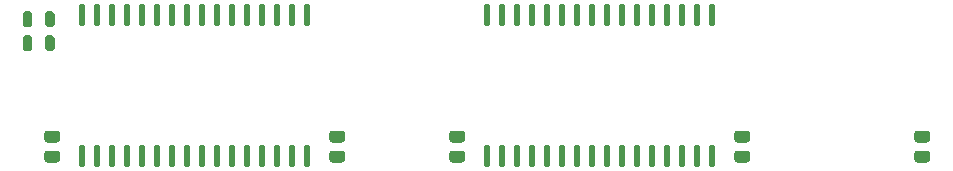
<source format=gtp>
G04 #@! TF.GenerationSoftware,KiCad,Pcbnew,(5.1.10-1-10_14)*
G04 #@! TF.CreationDate,2021-06-21T04:55:04-04:00*
G04 #@! TF.ProjectId,GW4192-SOP,47573431-3932-42d5-934f-502e6b696361,1.0-SOP*
G04 #@! TF.SameCoordinates,Original*
G04 #@! TF.FileFunction,Paste,Top*
G04 #@! TF.FilePolarity,Positive*
%FSLAX46Y46*%
G04 Gerber Fmt 4.6, Leading zero omitted, Abs format (unit mm)*
G04 Created by KiCad (PCBNEW (5.1.10-1-10_14)) date 2021-06-21 04:55:04*
%MOMM*%
%LPD*%
G01*
G04 APERTURE LIST*
G04 APERTURE END LIST*
G36*
G01*
X86497500Y-85001500D02*
X86222500Y-85001500D01*
G75*
G02*
X86085000Y-84864000I0J137500D01*
G01*
X86085000Y-83284000D01*
G75*
G02*
X86222500Y-83146500I137500J0D01*
G01*
X86497500Y-83146500D01*
G75*
G02*
X86635000Y-83284000I0J-137500D01*
G01*
X86635000Y-84864000D01*
G75*
G02*
X86497500Y-85001500I-137500J0D01*
G01*
G37*
G36*
G01*
X87767500Y-85001500D02*
X87492500Y-85001500D01*
G75*
G02*
X87355000Y-84864000I0J137500D01*
G01*
X87355000Y-83284000D01*
G75*
G02*
X87492500Y-83146500I137500J0D01*
G01*
X87767500Y-83146500D01*
G75*
G02*
X87905000Y-83284000I0J-137500D01*
G01*
X87905000Y-84864000D01*
G75*
G02*
X87767500Y-85001500I-137500J0D01*
G01*
G37*
G36*
G01*
X89037500Y-85001500D02*
X88762500Y-85001500D01*
G75*
G02*
X88625000Y-84864000I0J137500D01*
G01*
X88625000Y-83284000D01*
G75*
G02*
X88762500Y-83146500I137500J0D01*
G01*
X89037500Y-83146500D01*
G75*
G02*
X89175000Y-83284000I0J-137500D01*
G01*
X89175000Y-84864000D01*
G75*
G02*
X89037500Y-85001500I-137500J0D01*
G01*
G37*
G36*
G01*
X90307500Y-85001500D02*
X90032500Y-85001500D01*
G75*
G02*
X89895000Y-84864000I0J137500D01*
G01*
X89895000Y-83284000D01*
G75*
G02*
X90032500Y-83146500I137500J0D01*
G01*
X90307500Y-83146500D01*
G75*
G02*
X90445000Y-83284000I0J-137500D01*
G01*
X90445000Y-84864000D01*
G75*
G02*
X90307500Y-85001500I-137500J0D01*
G01*
G37*
G36*
G01*
X91577500Y-85001500D02*
X91302500Y-85001500D01*
G75*
G02*
X91165000Y-84864000I0J137500D01*
G01*
X91165000Y-83284000D01*
G75*
G02*
X91302500Y-83146500I137500J0D01*
G01*
X91577500Y-83146500D01*
G75*
G02*
X91715000Y-83284000I0J-137500D01*
G01*
X91715000Y-84864000D01*
G75*
G02*
X91577500Y-85001500I-137500J0D01*
G01*
G37*
G36*
G01*
X92847500Y-85001500D02*
X92572500Y-85001500D01*
G75*
G02*
X92435000Y-84864000I0J137500D01*
G01*
X92435000Y-83284000D01*
G75*
G02*
X92572500Y-83146500I137500J0D01*
G01*
X92847500Y-83146500D01*
G75*
G02*
X92985000Y-83284000I0J-137500D01*
G01*
X92985000Y-84864000D01*
G75*
G02*
X92847500Y-85001500I-137500J0D01*
G01*
G37*
G36*
G01*
X94117500Y-85001500D02*
X93842500Y-85001500D01*
G75*
G02*
X93705000Y-84864000I0J137500D01*
G01*
X93705000Y-83284000D01*
G75*
G02*
X93842500Y-83146500I137500J0D01*
G01*
X94117500Y-83146500D01*
G75*
G02*
X94255000Y-83284000I0J-137500D01*
G01*
X94255000Y-84864000D01*
G75*
G02*
X94117500Y-85001500I-137500J0D01*
G01*
G37*
G36*
G01*
X95387500Y-85001500D02*
X95112500Y-85001500D01*
G75*
G02*
X94975000Y-84864000I0J137500D01*
G01*
X94975000Y-83284000D01*
G75*
G02*
X95112500Y-83146500I137500J0D01*
G01*
X95387500Y-83146500D01*
G75*
G02*
X95525000Y-83284000I0J-137500D01*
G01*
X95525000Y-84864000D01*
G75*
G02*
X95387500Y-85001500I-137500J0D01*
G01*
G37*
G36*
G01*
X96657500Y-85001500D02*
X96382500Y-85001500D01*
G75*
G02*
X96245000Y-84864000I0J137500D01*
G01*
X96245000Y-83284000D01*
G75*
G02*
X96382500Y-83146500I137500J0D01*
G01*
X96657500Y-83146500D01*
G75*
G02*
X96795000Y-83284000I0J-137500D01*
G01*
X96795000Y-84864000D01*
G75*
G02*
X96657500Y-85001500I-137500J0D01*
G01*
G37*
G36*
G01*
X97927500Y-85001500D02*
X97652500Y-85001500D01*
G75*
G02*
X97515000Y-84864000I0J137500D01*
G01*
X97515000Y-83284000D01*
G75*
G02*
X97652500Y-83146500I137500J0D01*
G01*
X97927500Y-83146500D01*
G75*
G02*
X98065000Y-83284000I0J-137500D01*
G01*
X98065000Y-84864000D01*
G75*
G02*
X97927500Y-85001500I-137500J0D01*
G01*
G37*
G36*
G01*
X99197500Y-85001500D02*
X98922500Y-85001500D01*
G75*
G02*
X98785000Y-84864000I0J137500D01*
G01*
X98785000Y-83284000D01*
G75*
G02*
X98922500Y-83146500I137500J0D01*
G01*
X99197500Y-83146500D01*
G75*
G02*
X99335000Y-83284000I0J-137500D01*
G01*
X99335000Y-84864000D01*
G75*
G02*
X99197500Y-85001500I-137500J0D01*
G01*
G37*
G36*
G01*
X100467500Y-85001500D02*
X100192500Y-85001500D01*
G75*
G02*
X100055000Y-84864000I0J137500D01*
G01*
X100055000Y-83284000D01*
G75*
G02*
X100192500Y-83146500I137500J0D01*
G01*
X100467500Y-83146500D01*
G75*
G02*
X100605000Y-83284000I0J-137500D01*
G01*
X100605000Y-84864000D01*
G75*
G02*
X100467500Y-85001500I-137500J0D01*
G01*
G37*
G36*
G01*
X101737500Y-85001500D02*
X101462500Y-85001500D01*
G75*
G02*
X101325000Y-84864000I0J137500D01*
G01*
X101325000Y-83284000D01*
G75*
G02*
X101462500Y-83146500I137500J0D01*
G01*
X101737500Y-83146500D01*
G75*
G02*
X101875000Y-83284000I0J-137500D01*
G01*
X101875000Y-84864000D01*
G75*
G02*
X101737500Y-85001500I-137500J0D01*
G01*
G37*
G36*
G01*
X103007500Y-85001500D02*
X102732500Y-85001500D01*
G75*
G02*
X102595000Y-84864000I0J137500D01*
G01*
X102595000Y-83284000D01*
G75*
G02*
X102732500Y-83146500I137500J0D01*
G01*
X103007500Y-83146500D01*
G75*
G02*
X103145000Y-83284000I0J-137500D01*
G01*
X103145000Y-84864000D01*
G75*
G02*
X103007500Y-85001500I-137500J0D01*
G01*
G37*
G36*
G01*
X104277500Y-85001500D02*
X104002500Y-85001500D01*
G75*
G02*
X103865000Y-84864000I0J137500D01*
G01*
X103865000Y-83284000D01*
G75*
G02*
X104002500Y-83146500I137500J0D01*
G01*
X104277500Y-83146500D01*
G75*
G02*
X104415000Y-83284000I0J-137500D01*
G01*
X104415000Y-84864000D01*
G75*
G02*
X104277500Y-85001500I-137500J0D01*
G01*
G37*
G36*
G01*
X105547500Y-85001500D02*
X105272500Y-85001500D01*
G75*
G02*
X105135000Y-84864000I0J137500D01*
G01*
X105135000Y-83284000D01*
G75*
G02*
X105272500Y-83146500I137500J0D01*
G01*
X105547500Y-83146500D01*
G75*
G02*
X105685000Y-83284000I0J-137500D01*
G01*
X105685000Y-84864000D01*
G75*
G02*
X105547500Y-85001500I-137500J0D01*
G01*
G37*
G36*
G01*
X105547500Y-96939500D02*
X105272500Y-96939500D01*
G75*
G02*
X105135000Y-96802000I0J137500D01*
G01*
X105135000Y-95222000D01*
G75*
G02*
X105272500Y-95084500I137500J0D01*
G01*
X105547500Y-95084500D01*
G75*
G02*
X105685000Y-95222000I0J-137500D01*
G01*
X105685000Y-96802000D01*
G75*
G02*
X105547500Y-96939500I-137500J0D01*
G01*
G37*
G36*
G01*
X104277500Y-96939500D02*
X104002500Y-96939500D01*
G75*
G02*
X103865000Y-96802000I0J137500D01*
G01*
X103865000Y-95222000D01*
G75*
G02*
X104002500Y-95084500I137500J0D01*
G01*
X104277500Y-95084500D01*
G75*
G02*
X104415000Y-95222000I0J-137500D01*
G01*
X104415000Y-96802000D01*
G75*
G02*
X104277500Y-96939500I-137500J0D01*
G01*
G37*
G36*
G01*
X103007500Y-96939500D02*
X102732500Y-96939500D01*
G75*
G02*
X102595000Y-96802000I0J137500D01*
G01*
X102595000Y-95222000D01*
G75*
G02*
X102732500Y-95084500I137500J0D01*
G01*
X103007500Y-95084500D01*
G75*
G02*
X103145000Y-95222000I0J-137500D01*
G01*
X103145000Y-96802000D01*
G75*
G02*
X103007500Y-96939500I-137500J0D01*
G01*
G37*
G36*
G01*
X101737500Y-96939500D02*
X101462500Y-96939500D01*
G75*
G02*
X101325000Y-96802000I0J137500D01*
G01*
X101325000Y-95222000D01*
G75*
G02*
X101462500Y-95084500I137500J0D01*
G01*
X101737500Y-95084500D01*
G75*
G02*
X101875000Y-95222000I0J-137500D01*
G01*
X101875000Y-96802000D01*
G75*
G02*
X101737500Y-96939500I-137500J0D01*
G01*
G37*
G36*
G01*
X100467500Y-96939500D02*
X100192500Y-96939500D01*
G75*
G02*
X100055000Y-96802000I0J137500D01*
G01*
X100055000Y-95222000D01*
G75*
G02*
X100192500Y-95084500I137500J0D01*
G01*
X100467500Y-95084500D01*
G75*
G02*
X100605000Y-95222000I0J-137500D01*
G01*
X100605000Y-96802000D01*
G75*
G02*
X100467500Y-96939500I-137500J0D01*
G01*
G37*
G36*
G01*
X99197500Y-96939500D02*
X98922500Y-96939500D01*
G75*
G02*
X98785000Y-96802000I0J137500D01*
G01*
X98785000Y-95222000D01*
G75*
G02*
X98922500Y-95084500I137500J0D01*
G01*
X99197500Y-95084500D01*
G75*
G02*
X99335000Y-95222000I0J-137500D01*
G01*
X99335000Y-96802000D01*
G75*
G02*
X99197500Y-96939500I-137500J0D01*
G01*
G37*
G36*
G01*
X97927500Y-96939500D02*
X97652500Y-96939500D01*
G75*
G02*
X97515000Y-96802000I0J137500D01*
G01*
X97515000Y-95222000D01*
G75*
G02*
X97652500Y-95084500I137500J0D01*
G01*
X97927500Y-95084500D01*
G75*
G02*
X98065000Y-95222000I0J-137500D01*
G01*
X98065000Y-96802000D01*
G75*
G02*
X97927500Y-96939500I-137500J0D01*
G01*
G37*
G36*
G01*
X96657500Y-96939500D02*
X96382500Y-96939500D01*
G75*
G02*
X96245000Y-96802000I0J137500D01*
G01*
X96245000Y-95222000D01*
G75*
G02*
X96382500Y-95084500I137500J0D01*
G01*
X96657500Y-95084500D01*
G75*
G02*
X96795000Y-95222000I0J-137500D01*
G01*
X96795000Y-96802000D01*
G75*
G02*
X96657500Y-96939500I-137500J0D01*
G01*
G37*
G36*
G01*
X95387500Y-96939500D02*
X95112500Y-96939500D01*
G75*
G02*
X94975000Y-96802000I0J137500D01*
G01*
X94975000Y-95222000D01*
G75*
G02*
X95112500Y-95084500I137500J0D01*
G01*
X95387500Y-95084500D01*
G75*
G02*
X95525000Y-95222000I0J-137500D01*
G01*
X95525000Y-96802000D01*
G75*
G02*
X95387500Y-96939500I-137500J0D01*
G01*
G37*
G36*
G01*
X94117500Y-96939500D02*
X93842500Y-96939500D01*
G75*
G02*
X93705000Y-96802000I0J137500D01*
G01*
X93705000Y-95222000D01*
G75*
G02*
X93842500Y-95084500I137500J0D01*
G01*
X94117500Y-95084500D01*
G75*
G02*
X94255000Y-95222000I0J-137500D01*
G01*
X94255000Y-96802000D01*
G75*
G02*
X94117500Y-96939500I-137500J0D01*
G01*
G37*
G36*
G01*
X92847500Y-96939500D02*
X92572500Y-96939500D01*
G75*
G02*
X92435000Y-96802000I0J137500D01*
G01*
X92435000Y-95222000D01*
G75*
G02*
X92572500Y-95084500I137500J0D01*
G01*
X92847500Y-95084500D01*
G75*
G02*
X92985000Y-95222000I0J-137500D01*
G01*
X92985000Y-96802000D01*
G75*
G02*
X92847500Y-96939500I-137500J0D01*
G01*
G37*
G36*
G01*
X91577500Y-96939500D02*
X91302500Y-96939500D01*
G75*
G02*
X91165000Y-96802000I0J137500D01*
G01*
X91165000Y-95222000D01*
G75*
G02*
X91302500Y-95084500I137500J0D01*
G01*
X91577500Y-95084500D01*
G75*
G02*
X91715000Y-95222000I0J-137500D01*
G01*
X91715000Y-96802000D01*
G75*
G02*
X91577500Y-96939500I-137500J0D01*
G01*
G37*
G36*
G01*
X90307500Y-96939500D02*
X90032500Y-96939500D01*
G75*
G02*
X89895000Y-96802000I0J137500D01*
G01*
X89895000Y-95222000D01*
G75*
G02*
X90032500Y-95084500I137500J0D01*
G01*
X90307500Y-95084500D01*
G75*
G02*
X90445000Y-95222000I0J-137500D01*
G01*
X90445000Y-96802000D01*
G75*
G02*
X90307500Y-96939500I-137500J0D01*
G01*
G37*
G36*
G01*
X89037500Y-96939500D02*
X88762500Y-96939500D01*
G75*
G02*
X88625000Y-96802000I0J137500D01*
G01*
X88625000Y-95222000D01*
G75*
G02*
X88762500Y-95084500I137500J0D01*
G01*
X89037500Y-95084500D01*
G75*
G02*
X89175000Y-95222000I0J-137500D01*
G01*
X89175000Y-96802000D01*
G75*
G02*
X89037500Y-96939500I-137500J0D01*
G01*
G37*
G36*
G01*
X87767500Y-96939500D02*
X87492500Y-96939500D01*
G75*
G02*
X87355000Y-96802000I0J137500D01*
G01*
X87355000Y-95222000D01*
G75*
G02*
X87492500Y-95084500I137500J0D01*
G01*
X87767500Y-95084500D01*
G75*
G02*
X87905000Y-95222000I0J-137500D01*
G01*
X87905000Y-96802000D01*
G75*
G02*
X87767500Y-96939500I-137500J0D01*
G01*
G37*
G36*
G01*
X86497500Y-96939500D02*
X86222500Y-96939500D01*
G75*
G02*
X86085000Y-96802000I0J137500D01*
G01*
X86085000Y-95222000D01*
G75*
G02*
X86222500Y-95084500I137500J0D01*
G01*
X86497500Y-95084500D01*
G75*
G02*
X86635000Y-95222000I0J-137500D01*
G01*
X86635000Y-96802000D01*
G75*
G02*
X86497500Y-96939500I-137500J0D01*
G01*
G37*
G36*
G01*
X120787500Y-85001500D02*
X120512500Y-85001500D01*
G75*
G02*
X120375000Y-84864000I0J137500D01*
G01*
X120375000Y-83284000D01*
G75*
G02*
X120512500Y-83146500I137500J0D01*
G01*
X120787500Y-83146500D01*
G75*
G02*
X120925000Y-83284000I0J-137500D01*
G01*
X120925000Y-84864000D01*
G75*
G02*
X120787500Y-85001500I-137500J0D01*
G01*
G37*
G36*
G01*
X122057500Y-85001500D02*
X121782500Y-85001500D01*
G75*
G02*
X121645000Y-84864000I0J137500D01*
G01*
X121645000Y-83284000D01*
G75*
G02*
X121782500Y-83146500I137500J0D01*
G01*
X122057500Y-83146500D01*
G75*
G02*
X122195000Y-83284000I0J-137500D01*
G01*
X122195000Y-84864000D01*
G75*
G02*
X122057500Y-85001500I-137500J0D01*
G01*
G37*
G36*
G01*
X123327500Y-85001500D02*
X123052500Y-85001500D01*
G75*
G02*
X122915000Y-84864000I0J137500D01*
G01*
X122915000Y-83284000D01*
G75*
G02*
X123052500Y-83146500I137500J0D01*
G01*
X123327500Y-83146500D01*
G75*
G02*
X123465000Y-83284000I0J-137500D01*
G01*
X123465000Y-84864000D01*
G75*
G02*
X123327500Y-85001500I-137500J0D01*
G01*
G37*
G36*
G01*
X124597500Y-85001500D02*
X124322500Y-85001500D01*
G75*
G02*
X124185000Y-84864000I0J137500D01*
G01*
X124185000Y-83284000D01*
G75*
G02*
X124322500Y-83146500I137500J0D01*
G01*
X124597500Y-83146500D01*
G75*
G02*
X124735000Y-83284000I0J-137500D01*
G01*
X124735000Y-84864000D01*
G75*
G02*
X124597500Y-85001500I-137500J0D01*
G01*
G37*
G36*
G01*
X125867500Y-85001500D02*
X125592500Y-85001500D01*
G75*
G02*
X125455000Y-84864000I0J137500D01*
G01*
X125455000Y-83284000D01*
G75*
G02*
X125592500Y-83146500I137500J0D01*
G01*
X125867500Y-83146500D01*
G75*
G02*
X126005000Y-83284000I0J-137500D01*
G01*
X126005000Y-84864000D01*
G75*
G02*
X125867500Y-85001500I-137500J0D01*
G01*
G37*
G36*
G01*
X127137500Y-85001500D02*
X126862500Y-85001500D01*
G75*
G02*
X126725000Y-84864000I0J137500D01*
G01*
X126725000Y-83284000D01*
G75*
G02*
X126862500Y-83146500I137500J0D01*
G01*
X127137500Y-83146500D01*
G75*
G02*
X127275000Y-83284000I0J-137500D01*
G01*
X127275000Y-84864000D01*
G75*
G02*
X127137500Y-85001500I-137500J0D01*
G01*
G37*
G36*
G01*
X128407500Y-85001500D02*
X128132500Y-85001500D01*
G75*
G02*
X127995000Y-84864000I0J137500D01*
G01*
X127995000Y-83284000D01*
G75*
G02*
X128132500Y-83146500I137500J0D01*
G01*
X128407500Y-83146500D01*
G75*
G02*
X128545000Y-83284000I0J-137500D01*
G01*
X128545000Y-84864000D01*
G75*
G02*
X128407500Y-85001500I-137500J0D01*
G01*
G37*
G36*
G01*
X129677500Y-85001500D02*
X129402500Y-85001500D01*
G75*
G02*
X129265000Y-84864000I0J137500D01*
G01*
X129265000Y-83284000D01*
G75*
G02*
X129402500Y-83146500I137500J0D01*
G01*
X129677500Y-83146500D01*
G75*
G02*
X129815000Y-83284000I0J-137500D01*
G01*
X129815000Y-84864000D01*
G75*
G02*
X129677500Y-85001500I-137500J0D01*
G01*
G37*
G36*
G01*
X130947500Y-85001500D02*
X130672500Y-85001500D01*
G75*
G02*
X130535000Y-84864000I0J137500D01*
G01*
X130535000Y-83284000D01*
G75*
G02*
X130672500Y-83146500I137500J0D01*
G01*
X130947500Y-83146500D01*
G75*
G02*
X131085000Y-83284000I0J-137500D01*
G01*
X131085000Y-84864000D01*
G75*
G02*
X130947500Y-85001500I-137500J0D01*
G01*
G37*
G36*
G01*
X132217500Y-85001500D02*
X131942500Y-85001500D01*
G75*
G02*
X131805000Y-84864000I0J137500D01*
G01*
X131805000Y-83284000D01*
G75*
G02*
X131942500Y-83146500I137500J0D01*
G01*
X132217500Y-83146500D01*
G75*
G02*
X132355000Y-83284000I0J-137500D01*
G01*
X132355000Y-84864000D01*
G75*
G02*
X132217500Y-85001500I-137500J0D01*
G01*
G37*
G36*
G01*
X133487500Y-85001500D02*
X133212500Y-85001500D01*
G75*
G02*
X133075000Y-84864000I0J137500D01*
G01*
X133075000Y-83284000D01*
G75*
G02*
X133212500Y-83146500I137500J0D01*
G01*
X133487500Y-83146500D01*
G75*
G02*
X133625000Y-83284000I0J-137500D01*
G01*
X133625000Y-84864000D01*
G75*
G02*
X133487500Y-85001500I-137500J0D01*
G01*
G37*
G36*
G01*
X134757500Y-85001500D02*
X134482500Y-85001500D01*
G75*
G02*
X134345000Y-84864000I0J137500D01*
G01*
X134345000Y-83284000D01*
G75*
G02*
X134482500Y-83146500I137500J0D01*
G01*
X134757500Y-83146500D01*
G75*
G02*
X134895000Y-83284000I0J-137500D01*
G01*
X134895000Y-84864000D01*
G75*
G02*
X134757500Y-85001500I-137500J0D01*
G01*
G37*
G36*
G01*
X136027500Y-85001500D02*
X135752500Y-85001500D01*
G75*
G02*
X135615000Y-84864000I0J137500D01*
G01*
X135615000Y-83284000D01*
G75*
G02*
X135752500Y-83146500I137500J0D01*
G01*
X136027500Y-83146500D01*
G75*
G02*
X136165000Y-83284000I0J-137500D01*
G01*
X136165000Y-84864000D01*
G75*
G02*
X136027500Y-85001500I-137500J0D01*
G01*
G37*
G36*
G01*
X137297500Y-85001500D02*
X137022500Y-85001500D01*
G75*
G02*
X136885000Y-84864000I0J137500D01*
G01*
X136885000Y-83284000D01*
G75*
G02*
X137022500Y-83146500I137500J0D01*
G01*
X137297500Y-83146500D01*
G75*
G02*
X137435000Y-83284000I0J-137500D01*
G01*
X137435000Y-84864000D01*
G75*
G02*
X137297500Y-85001500I-137500J0D01*
G01*
G37*
G36*
G01*
X138567500Y-85001500D02*
X138292500Y-85001500D01*
G75*
G02*
X138155000Y-84864000I0J137500D01*
G01*
X138155000Y-83284000D01*
G75*
G02*
X138292500Y-83146500I137500J0D01*
G01*
X138567500Y-83146500D01*
G75*
G02*
X138705000Y-83284000I0J-137500D01*
G01*
X138705000Y-84864000D01*
G75*
G02*
X138567500Y-85001500I-137500J0D01*
G01*
G37*
G36*
G01*
X139837500Y-85001500D02*
X139562500Y-85001500D01*
G75*
G02*
X139425000Y-84864000I0J137500D01*
G01*
X139425000Y-83284000D01*
G75*
G02*
X139562500Y-83146500I137500J0D01*
G01*
X139837500Y-83146500D01*
G75*
G02*
X139975000Y-83284000I0J-137500D01*
G01*
X139975000Y-84864000D01*
G75*
G02*
X139837500Y-85001500I-137500J0D01*
G01*
G37*
G36*
G01*
X139837500Y-96939500D02*
X139562500Y-96939500D01*
G75*
G02*
X139425000Y-96802000I0J137500D01*
G01*
X139425000Y-95222000D01*
G75*
G02*
X139562500Y-95084500I137500J0D01*
G01*
X139837500Y-95084500D01*
G75*
G02*
X139975000Y-95222000I0J-137500D01*
G01*
X139975000Y-96802000D01*
G75*
G02*
X139837500Y-96939500I-137500J0D01*
G01*
G37*
G36*
G01*
X138567500Y-96939500D02*
X138292500Y-96939500D01*
G75*
G02*
X138155000Y-96802000I0J137500D01*
G01*
X138155000Y-95222000D01*
G75*
G02*
X138292500Y-95084500I137500J0D01*
G01*
X138567500Y-95084500D01*
G75*
G02*
X138705000Y-95222000I0J-137500D01*
G01*
X138705000Y-96802000D01*
G75*
G02*
X138567500Y-96939500I-137500J0D01*
G01*
G37*
G36*
G01*
X137297500Y-96939500D02*
X137022500Y-96939500D01*
G75*
G02*
X136885000Y-96802000I0J137500D01*
G01*
X136885000Y-95222000D01*
G75*
G02*
X137022500Y-95084500I137500J0D01*
G01*
X137297500Y-95084500D01*
G75*
G02*
X137435000Y-95222000I0J-137500D01*
G01*
X137435000Y-96802000D01*
G75*
G02*
X137297500Y-96939500I-137500J0D01*
G01*
G37*
G36*
G01*
X136027500Y-96939500D02*
X135752500Y-96939500D01*
G75*
G02*
X135615000Y-96802000I0J137500D01*
G01*
X135615000Y-95222000D01*
G75*
G02*
X135752500Y-95084500I137500J0D01*
G01*
X136027500Y-95084500D01*
G75*
G02*
X136165000Y-95222000I0J-137500D01*
G01*
X136165000Y-96802000D01*
G75*
G02*
X136027500Y-96939500I-137500J0D01*
G01*
G37*
G36*
G01*
X134757500Y-96939500D02*
X134482500Y-96939500D01*
G75*
G02*
X134345000Y-96802000I0J137500D01*
G01*
X134345000Y-95222000D01*
G75*
G02*
X134482500Y-95084500I137500J0D01*
G01*
X134757500Y-95084500D01*
G75*
G02*
X134895000Y-95222000I0J-137500D01*
G01*
X134895000Y-96802000D01*
G75*
G02*
X134757500Y-96939500I-137500J0D01*
G01*
G37*
G36*
G01*
X133487500Y-96939500D02*
X133212500Y-96939500D01*
G75*
G02*
X133075000Y-96802000I0J137500D01*
G01*
X133075000Y-95222000D01*
G75*
G02*
X133212500Y-95084500I137500J0D01*
G01*
X133487500Y-95084500D01*
G75*
G02*
X133625000Y-95222000I0J-137500D01*
G01*
X133625000Y-96802000D01*
G75*
G02*
X133487500Y-96939500I-137500J0D01*
G01*
G37*
G36*
G01*
X132217500Y-96939500D02*
X131942500Y-96939500D01*
G75*
G02*
X131805000Y-96802000I0J137500D01*
G01*
X131805000Y-95222000D01*
G75*
G02*
X131942500Y-95084500I137500J0D01*
G01*
X132217500Y-95084500D01*
G75*
G02*
X132355000Y-95222000I0J-137500D01*
G01*
X132355000Y-96802000D01*
G75*
G02*
X132217500Y-96939500I-137500J0D01*
G01*
G37*
G36*
G01*
X130947500Y-96939500D02*
X130672500Y-96939500D01*
G75*
G02*
X130535000Y-96802000I0J137500D01*
G01*
X130535000Y-95222000D01*
G75*
G02*
X130672500Y-95084500I137500J0D01*
G01*
X130947500Y-95084500D01*
G75*
G02*
X131085000Y-95222000I0J-137500D01*
G01*
X131085000Y-96802000D01*
G75*
G02*
X130947500Y-96939500I-137500J0D01*
G01*
G37*
G36*
G01*
X129677500Y-96939500D02*
X129402500Y-96939500D01*
G75*
G02*
X129265000Y-96802000I0J137500D01*
G01*
X129265000Y-95222000D01*
G75*
G02*
X129402500Y-95084500I137500J0D01*
G01*
X129677500Y-95084500D01*
G75*
G02*
X129815000Y-95222000I0J-137500D01*
G01*
X129815000Y-96802000D01*
G75*
G02*
X129677500Y-96939500I-137500J0D01*
G01*
G37*
G36*
G01*
X128407500Y-96939500D02*
X128132500Y-96939500D01*
G75*
G02*
X127995000Y-96802000I0J137500D01*
G01*
X127995000Y-95222000D01*
G75*
G02*
X128132500Y-95084500I137500J0D01*
G01*
X128407500Y-95084500D01*
G75*
G02*
X128545000Y-95222000I0J-137500D01*
G01*
X128545000Y-96802000D01*
G75*
G02*
X128407500Y-96939500I-137500J0D01*
G01*
G37*
G36*
G01*
X127137500Y-96939500D02*
X126862500Y-96939500D01*
G75*
G02*
X126725000Y-96802000I0J137500D01*
G01*
X126725000Y-95222000D01*
G75*
G02*
X126862500Y-95084500I137500J0D01*
G01*
X127137500Y-95084500D01*
G75*
G02*
X127275000Y-95222000I0J-137500D01*
G01*
X127275000Y-96802000D01*
G75*
G02*
X127137500Y-96939500I-137500J0D01*
G01*
G37*
G36*
G01*
X125867500Y-96939500D02*
X125592500Y-96939500D01*
G75*
G02*
X125455000Y-96802000I0J137500D01*
G01*
X125455000Y-95222000D01*
G75*
G02*
X125592500Y-95084500I137500J0D01*
G01*
X125867500Y-95084500D01*
G75*
G02*
X126005000Y-95222000I0J-137500D01*
G01*
X126005000Y-96802000D01*
G75*
G02*
X125867500Y-96939500I-137500J0D01*
G01*
G37*
G36*
G01*
X124597500Y-96939500D02*
X124322500Y-96939500D01*
G75*
G02*
X124185000Y-96802000I0J137500D01*
G01*
X124185000Y-95222000D01*
G75*
G02*
X124322500Y-95084500I137500J0D01*
G01*
X124597500Y-95084500D01*
G75*
G02*
X124735000Y-95222000I0J-137500D01*
G01*
X124735000Y-96802000D01*
G75*
G02*
X124597500Y-96939500I-137500J0D01*
G01*
G37*
G36*
G01*
X123327500Y-96939500D02*
X123052500Y-96939500D01*
G75*
G02*
X122915000Y-96802000I0J137500D01*
G01*
X122915000Y-95222000D01*
G75*
G02*
X123052500Y-95084500I137500J0D01*
G01*
X123327500Y-95084500D01*
G75*
G02*
X123465000Y-95222000I0J-137500D01*
G01*
X123465000Y-96802000D01*
G75*
G02*
X123327500Y-96939500I-137500J0D01*
G01*
G37*
G36*
G01*
X122057500Y-96939500D02*
X121782500Y-96939500D01*
G75*
G02*
X121645000Y-96802000I0J137500D01*
G01*
X121645000Y-95222000D01*
G75*
G02*
X121782500Y-95084500I137500J0D01*
G01*
X122057500Y-95084500D01*
G75*
G02*
X122195000Y-95222000I0J-137500D01*
G01*
X122195000Y-96802000D01*
G75*
G02*
X122057500Y-96939500I-137500J0D01*
G01*
G37*
G36*
G01*
X120787500Y-96939500D02*
X120512500Y-96939500D01*
G75*
G02*
X120375000Y-96802000I0J137500D01*
G01*
X120375000Y-95222000D01*
G75*
G02*
X120512500Y-95084500I137500J0D01*
G01*
X120787500Y-95084500D01*
G75*
G02*
X120925000Y-95222000I0J-137500D01*
G01*
X120925000Y-96802000D01*
G75*
G02*
X120787500Y-96939500I-137500J0D01*
G01*
G37*
G36*
G01*
X118535000Y-94875500D02*
X117685000Y-94875500D01*
G75*
G02*
X117435000Y-94625500I0J250000D01*
G01*
X117435000Y-94125500D01*
G75*
G02*
X117685000Y-93875500I250000J0D01*
G01*
X118535000Y-93875500D01*
G75*
G02*
X118785000Y-94125500I0J-250000D01*
G01*
X118785000Y-94625500D01*
G75*
G02*
X118535000Y-94875500I-250000J0D01*
G01*
G37*
G36*
G01*
X118535000Y-96575500D02*
X117685000Y-96575500D01*
G75*
G02*
X117435000Y-96325500I0J250000D01*
G01*
X117435000Y-95825500D01*
G75*
G02*
X117685000Y-95575500I250000J0D01*
G01*
X118535000Y-95575500D01*
G75*
G02*
X118785000Y-95825500I0J-250000D01*
G01*
X118785000Y-96325500D01*
G75*
G02*
X118535000Y-96575500I-250000J0D01*
G01*
G37*
G36*
G01*
X108375000Y-94875500D02*
X107525000Y-94875500D01*
G75*
G02*
X107275000Y-94625500I0J250000D01*
G01*
X107275000Y-94125500D01*
G75*
G02*
X107525000Y-93875500I250000J0D01*
G01*
X108375000Y-93875500D01*
G75*
G02*
X108625000Y-94125500I0J-250000D01*
G01*
X108625000Y-94625500D01*
G75*
G02*
X108375000Y-94875500I-250000J0D01*
G01*
G37*
G36*
G01*
X108375000Y-96575500D02*
X107525000Y-96575500D01*
G75*
G02*
X107275000Y-96325500I0J250000D01*
G01*
X107275000Y-95825500D01*
G75*
G02*
X107525000Y-95575500I250000J0D01*
G01*
X108375000Y-95575500D01*
G75*
G02*
X108625000Y-95825500I0J-250000D01*
G01*
X108625000Y-96325500D01*
G75*
G02*
X108375000Y-96575500I-250000J0D01*
G01*
G37*
G36*
G01*
X142665000Y-94875500D02*
X141815000Y-94875500D01*
G75*
G02*
X141565000Y-94625500I0J250000D01*
G01*
X141565000Y-94125500D01*
G75*
G02*
X141815000Y-93875500I250000J0D01*
G01*
X142665000Y-93875500D01*
G75*
G02*
X142915000Y-94125500I0J-250000D01*
G01*
X142915000Y-94625500D01*
G75*
G02*
X142665000Y-94875500I-250000J0D01*
G01*
G37*
G36*
G01*
X142665000Y-96575500D02*
X141815000Y-96575500D01*
G75*
G02*
X141565000Y-96325500I0J250000D01*
G01*
X141565000Y-95825500D01*
G75*
G02*
X141815000Y-95575500I250000J0D01*
G01*
X142665000Y-95575500D01*
G75*
G02*
X142915000Y-95825500I0J-250000D01*
G01*
X142915000Y-96325500D01*
G75*
G02*
X142665000Y-96575500I-250000J0D01*
G01*
G37*
G36*
G01*
X84245000Y-94875500D02*
X83395000Y-94875500D01*
G75*
G02*
X83145000Y-94625500I0J250000D01*
G01*
X83145000Y-94125500D01*
G75*
G02*
X83395000Y-93875500I250000J0D01*
G01*
X84245000Y-93875500D01*
G75*
G02*
X84495000Y-94125500I0J-250000D01*
G01*
X84495000Y-94625500D01*
G75*
G02*
X84245000Y-94875500I-250000J0D01*
G01*
G37*
G36*
G01*
X84245000Y-96575500D02*
X83395000Y-96575500D01*
G75*
G02*
X83145000Y-96325500I0J250000D01*
G01*
X83145000Y-95825500D01*
G75*
G02*
X83395000Y-95575500I250000J0D01*
G01*
X84245000Y-95575500D01*
G75*
G02*
X84495000Y-95825500I0J-250000D01*
G01*
X84495000Y-96325500D01*
G75*
G02*
X84245000Y-96575500I-250000J0D01*
G01*
G37*
G36*
G01*
X157905000Y-94875500D02*
X157055000Y-94875500D01*
G75*
G02*
X156805000Y-94625500I0J250000D01*
G01*
X156805000Y-94125500D01*
G75*
G02*
X157055000Y-93875500I250000J0D01*
G01*
X157905000Y-93875500D01*
G75*
G02*
X158155000Y-94125500I0J-250000D01*
G01*
X158155000Y-94625500D01*
G75*
G02*
X157905000Y-94875500I-250000J0D01*
G01*
G37*
G36*
G01*
X157905000Y-96575500D02*
X157055000Y-96575500D01*
G75*
G02*
X156805000Y-96325500I0J250000D01*
G01*
X156805000Y-95825500D01*
G75*
G02*
X157055000Y-95575500I250000J0D01*
G01*
X157905000Y-95575500D01*
G75*
G02*
X158155000Y-95825500I0J-250000D01*
G01*
X158155000Y-96325500D01*
G75*
G02*
X157905000Y-96575500I-250000J0D01*
G01*
G37*
G36*
G01*
X82127000Y-86012000D02*
X82127000Y-86962000D01*
G75*
G02*
X81927000Y-87162000I-200000J0D01*
G01*
X81527000Y-87162000D01*
G75*
G02*
X81327000Y-86962000I0J200000D01*
G01*
X81327000Y-86012000D01*
G75*
G02*
X81527000Y-85812000I200000J0D01*
G01*
X81927000Y-85812000D01*
G75*
G02*
X82127000Y-86012000I0J-200000D01*
G01*
G37*
G36*
G01*
X84027000Y-86012000D02*
X84027000Y-86962000D01*
G75*
G02*
X83827000Y-87162000I-200000J0D01*
G01*
X83427000Y-87162000D01*
G75*
G02*
X83227000Y-86962000I0J200000D01*
G01*
X83227000Y-86012000D01*
G75*
G02*
X83427000Y-85812000I200000J0D01*
G01*
X83827000Y-85812000D01*
G75*
G02*
X84027000Y-86012000I0J-200000D01*
G01*
G37*
G36*
G01*
X83227000Y-84930000D02*
X83227000Y-83980000D01*
G75*
G02*
X83427000Y-83780000I200000J0D01*
G01*
X83827000Y-83780000D01*
G75*
G02*
X84027000Y-83980000I0J-200000D01*
G01*
X84027000Y-84930000D01*
G75*
G02*
X83827000Y-85130000I-200000J0D01*
G01*
X83427000Y-85130000D01*
G75*
G02*
X83227000Y-84930000I0J200000D01*
G01*
G37*
G36*
G01*
X81327000Y-84930000D02*
X81327000Y-83980000D01*
G75*
G02*
X81527000Y-83780000I200000J0D01*
G01*
X81927000Y-83780000D01*
G75*
G02*
X82127000Y-83980000I0J-200000D01*
G01*
X82127000Y-84930000D01*
G75*
G02*
X81927000Y-85130000I-200000J0D01*
G01*
X81527000Y-85130000D01*
G75*
G02*
X81327000Y-84930000I0J200000D01*
G01*
G37*
M02*

</source>
